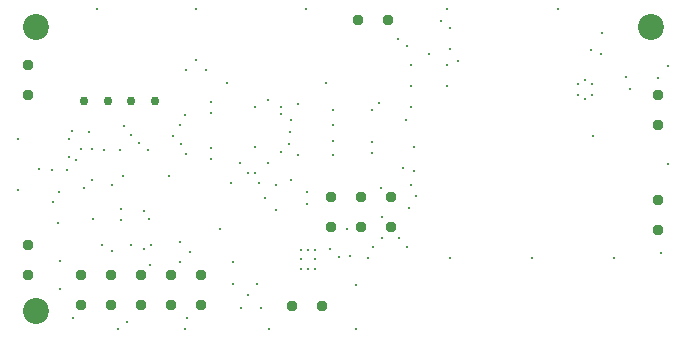
<source format=gbr>
%TF.GenerationSoftware,Altium Limited,Altium Designer,20.1.8 (145)*%
G04 Layer_Color=0*
%FSLAX45Y45*%
%MOMM*%
%TF.SameCoordinates,FD79255C-762C-4566-ADEE-39C3475191BA*%
%TF.FilePolarity,Positive*%
%TF.FileFunction,Plated,1,4,PTH,Drill*%
%TF.Part,Single*%
G01*
G75*
%TA.AperFunction,ComponentDrill*%
%ADD68C,0.95000*%
%ADD69C,0.75000*%
%TA.AperFunction,OtherDrill,Pad Free-1 (2mm,2mm)*%
%ADD70C,2.20000*%
%TA.AperFunction,OtherDrill,Pad Free-1 (2mm,26mm)*%
%ADD71C,2.20000*%
%TA.AperFunction,OtherDrill,Pad Free-1 (54mm,26mm)*%
%ADD72C,2.20000*%
%TA.AperFunction,ViaDrill,NotFilled*%
%ADD73C,0.30000*%
D68*
X5461000Y1143000D02*
D03*
Y889000D02*
D03*
X127000Y2286000D02*
D03*
Y2032000D02*
D03*
Y508000D02*
D03*
Y762000D02*
D03*
X2921000Y2667000D02*
D03*
X3175000D02*
D03*
X5461000Y2032000D02*
D03*
Y1778000D02*
D03*
X1590804Y247460D02*
D03*
X1336804D02*
D03*
X1082804D02*
D03*
X828804D02*
D03*
X574804D02*
D03*
Y501460D02*
D03*
X828804D02*
D03*
X1082804D02*
D03*
X1336804D02*
D03*
X1590804D02*
D03*
X2693799Y908317D02*
D03*
X2947799Y908318D02*
D03*
X3201799Y908317D02*
D03*
Y1162317D02*
D03*
X2947799Y1162317D02*
D03*
X2693799Y1162317D02*
D03*
X2367280Y242570D02*
D03*
X2621280D02*
D03*
D69*
X1202640Y1973580D02*
D03*
X1002640D02*
D03*
X802640D02*
D03*
X602640D02*
D03*
D70*
X200000Y200000D02*
D03*
D71*
Y2600000D02*
D03*
D72*
X5400000D02*
D03*
D73*
X504029Y1719802D02*
D03*
X577988Y1573833D02*
D03*
X538293Y1480450D02*
D03*
X458354Y1390742D02*
D03*
X2488166Y1108456D02*
D03*
X710878Y2754219D02*
D03*
X2905020Y417584D02*
D03*
Y45780D02*
D03*
X3041334Y1632838D02*
D03*
X2353172Y1309553D02*
D03*
X2488166Y1210176D02*
D03*
X2054502Y1584900D02*
D03*
X1682059Y1582360D02*
D03*
X3368777Y1926439D02*
D03*
X3042124Y1536198D02*
D03*
X3328967Y1813478D02*
D03*
X3103723Y1961598D02*
D03*
X3041334Y1899209D02*
D03*
X382481Y947711D02*
D03*
X393480Y1207075D02*
D03*
X604391Y1241134D02*
D03*
X670723Y1307880D02*
D03*
X841930Y1269749D02*
D03*
X913963Y1064638D02*
D03*
X642602Y1714307D02*
D03*
X1356250Y1681990D02*
D03*
X2357484Y1815642D02*
D03*
X2833639Y889706D02*
D03*
X3411534Y1172437D02*
D03*
X3371317Y1265297D02*
D03*
X3401423Y1383903D02*
D03*
X3307323Y1408773D02*
D03*
X3401423Y1584563D02*
D03*
X3119830Y1242934D02*
D03*
X3357424Y1075149D02*
D03*
X3124041Y992878D02*
D03*
X3130696Y818274D02*
D03*
X3272902D02*
D03*
X3049698Y739880D02*
D03*
X3341203D02*
D03*
X5547360Y1447800D02*
D03*
X675881Y980440D02*
D03*
X398723Y623960D02*
D03*
X510200Y139880D02*
D03*
X1471930D02*
D03*
X894284Y45780D02*
D03*
X965558Y107581D02*
D03*
X3700999Y2593176D02*
D03*
X4986977Y2549702D02*
D03*
X3627020Y2652275D02*
D03*
X2273195Y1924179D02*
D03*
X2273996Y1865231D02*
D03*
X2335416Y1616990D02*
D03*
X2347742Y1711090D02*
D03*
X45780Y1221740D02*
D03*
X2418240Y1517125D02*
D03*
X2714640Y1517758D02*
D03*
Y1638409D02*
D03*
Y1771486D02*
D03*
X2714639Y1904562D02*
D03*
X2418240Y1954000D02*
D03*
X2273117Y1546212D02*
D03*
X3335859Y2439917D02*
D03*
X3260606Y2501104D02*
D03*
X45780Y1652177D02*
D03*
X341335Y1126143D02*
D03*
X334982Y1390957D02*
D03*
X398723Y384785D02*
D03*
X1864040Y618160D02*
D03*
X1162072Y584653D02*
D03*
X1001030Y760202D02*
D03*
X1413980Y616466D02*
D03*
X5486400Y690880D02*
D03*
X472782Y1658620D02*
D03*
Y1501140D02*
D03*
X226683Y1402080D02*
D03*
X2651678Y2125980D02*
D03*
X3368776Y2278169D02*
D03*
X2484120Y2753995D02*
D03*
X3700716Y2418140D02*
D03*
X1757060Y891981D02*
D03*
X1326030Y1345203D02*
D03*
X672088Y1569646D02*
D03*
X942740Y1766456D02*
D03*
X1682059Y1485720D02*
D03*
X1681697Y1876990D02*
D03*
Y1971090D02*
D03*
X1464711Y2236850D02*
D03*
X1633709D02*
D03*
X1549210Y2323574D02*
D03*
X1811679Y2125980D02*
D03*
X1155505Y978645D02*
D03*
X4908881Y2122019D02*
D03*
Y2027919D02*
D03*
X4786754D02*
D03*
X4786973Y2122019D02*
D03*
X4847818Y1996440D02*
D03*
Y2153920D02*
D03*
X4910877Y1680330D02*
D03*
X776930Y1561397D02*
D03*
X1167664Y760186D02*
D03*
X4892877Y2412200D02*
D03*
X2227226Y1264920D02*
D03*
X2139926Y1159316D02*
D03*
X2227226Y1054100D02*
D03*
X2088661Y1286679D02*
D03*
X2053011Y1370499D02*
D03*
X2164861Y1452868D02*
D03*
X5547360Y2275629D02*
D03*
X5462712Y2170994D02*
D03*
X5222277Y2080260D02*
D03*
X5195473Y2177405D02*
D03*
X1501144Y700914D02*
D03*
X1413375Y782983D02*
D03*
X1931692Y226060D02*
D03*
X2104267Y225860D02*
D03*
X1108204Y1049906D02*
D03*
X2853538Y662045D02*
D03*
X4985034Y2371330D02*
D03*
X936030Y1345203D02*
D03*
X2163600Y1988820D02*
D03*
X2761580Y653579D02*
D03*
X2688997Y724360D02*
D03*
X1992492Y336199D02*
D03*
X1864396Y426900D02*
D03*
X2072585D02*
D03*
X757338Y757621D02*
D03*
X1852380Y1286679D02*
D03*
X1928580Y1452880D02*
D03*
X1988820Y1369780D02*
D03*
X1463283Y1524553D02*
D03*
X3368777Y2104509D02*
D03*
X1002345Y1692985D02*
D03*
X1413107Y1776090D02*
D03*
X1458572Y45780D02*
D03*
X2437980Y638660D02*
D03*
Y559020D02*
D03*
X2562860D02*
D03*
Y638660D02*
D03*
X2437980Y717144D02*
D03*
X2562860D02*
D03*
X2500880Y559020D02*
D03*
Y717144D02*
D03*
X841930Y709136D02*
D03*
X1424304Y1616967D02*
D03*
X1108204Y725775D02*
D03*
X3680176Y2104509D02*
D03*
X1148553Y1565478D02*
D03*
X1069216Y1623848D02*
D03*
X1462901Y1859373D02*
D03*
X5089128Y645780D02*
D03*
X4395820D02*
D03*
X3702512D02*
D03*
X3009204D02*
D03*
X3773022Y2318209D02*
D03*
X2054005Y1924179D02*
D03*
X906930Y1561397D02*
D03*
X920920Y970539D02*
D03*
X3680931Y2753995D02*
D03*
X3679482Y2278169D02*
D03*
X4620214Y2753995D02*
D03*
X2169160Y45780D02*
D03*
X1548883Y2753995D02*
D03*
X3523811Y2373519D02*
D03*
%TF.MD5,32c83c9d723785b04cfe1b8682ed14a5*%
M02*

</source>
